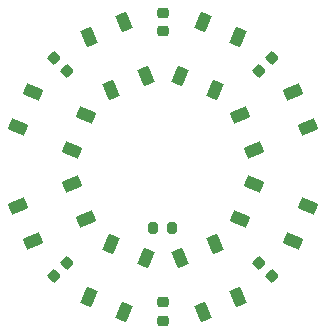
<source format=gbr>
%TF.GenerationSoftware,KiCad,Pcbnew,7.0.10*%
%TF.CreationDate,2024-04-29T22:12:33+02:00*%
%TF.ProjectId,GhostControllerLED,47686f73-7443-46f6-9e74-726f6c6c6572,rev?*%
%TF.SameCoordinates,Original*%
%TF.FileFunction,Paste,Top*%
%TF.FilePolarity,Positive*%
%FSLAX46Y46*%
G04 Gerber Fmt 4.6, Leading zero omitted, Abs format (unit mm)*
G04 Created by KiCad (PCBNEW 7.0.10) date 2024-04-29 22:12:33*
%MOMM*%
%LPD*%
G01*
G04 APERTURE LIST*
G04 Aperture macros list*
%AMRoundRect*
0 Rectangle with rounded corners*
0 $1 Rounding radius*
0 $2 $3 $4 $5 $6 $7 $8 $9 X,Y pos of 4 corners*
0 Add a 4 corners polygon primitive as box body*
4,1,4,$2,$3,$4,$5,$6,$7,$8,$9,$2,$3,0*
0 Add four circle primitives for the rounded corners*
1,1,$1+$1,$2,$3*
1,1,$1+$1,$4,$5*
1,1,$1+$1,$6,$7*
1,1,$1+$1,$8,$9*
0 Add four rect primitives between the rounded corners*
20,1,$1+$1,$2,$3,$4,$5,0*
20,1,$1+$1,$4,$5,$6,$7,0*
20,1,$1+$1,$6,$7,$8,$9,0*
20,1,$1+$1,$8,$9,$2,$3,0*%
%AMRotRect*
0 Rectangle, with rotation*
0 The origin of the aperture is its center*
0 $1 length*
0 $2 width*
0 $3 Rotation angle, in degrees counterclockwise*
0 Add horizontal line*
21,1,$1,$2,0,0,$3*%
G04 Aperture macros list end*
%ADD10RotRect,1.500000X1.000000X112.500000*%
%ADD11RotRect,1.500000X1.000000X22.500000*%
%ADD12RoundRect,0.200000X-0.200000X-0.275000X0.200000X-0.275000X0.200000X0.275000X-0.200000X0.275000X0*%
%ADD13RotRect,1.500000X1.000000X157.500000*%
%ADD14RoundRect,0.225000X-0.017678X0.335876X-0.335876X0.017678X0.017678X-0.335876X0.335876X-0.017678X0*%
%ADD15RoundRect,0.225000X-0.335876X-0.017678X-0.017678X-0.335876X0.335876X0.017678X0.017678X0.335876X0*%
%ADD16RoundRect,0.225000X0.335876X0.017678X0.017678X0.335876X-0.335876X-0.017678X-0.017678X-0.335876X0*%
%ADD17RotRect,1.500000X1.000000X292.500000*%
%ADD18RoundRect,0.225000X0.250000X-0.225000X0.250000X0.225000X-0.250000X0.225000X-0.250000X-0.225000X0*%
%ADD19RoundRect,0.225000X-0.250000X0.225000X-0.250000X-0.225000X0.250000X-0.225000X0.250000X0.225000X0*%
%ADD20RotRect,1.500000X1.000000X247.500000*%
%ADD21RotRect,1.500000X1.000000X337.500000*%
%ADD22RotRect,1.500000X1.000000X67.500000*%
%ADD23RotRect,1.500000X1.000000X202.500000*%
%ADD24RoundRect,0.225000X0.017678X-0.335876X0.335876X-0.017678X-0.017678X0.335876X-0.335876X0.017678X0*%
G04 APERTURE END LIST*
D10*
%TO.C,D3*%
X53692158Y-55151582D03*
X50735743Y-56376169D03*
X52610892Y-60903178D03*
X55567307Y-59678591D03*
%TD*%
D11*
%TO.C,1*%
X42765703Y-53074873D03*
X41541116Y-50118458D03*
X37014107Y-51993607D03*
X38238694Y-54950022D03*
%TD*%
D12*
%TO.C,R1*%
X48375000Y-53806066D03*
X50025000Y-53806066D03*
%TD*%
D13*
%TO.C,D4*%
X56993454Y-50118458D03*
X55768867Y-53074873D03*
X60295876Y-54950022D03*
X61520463Y-51993607D03*
%TD*%
D14*
%TO.C,C1*%
X41153233Y-56764052D03*
X40057217Y-57860068D03*
%TD*%
D15*
%TO.C,C3*%
X57381337Y-56764052D03*
X58477353Y-57860068D03*
%TD*%
D16*
%TO.C,C6*%
X41153233Y-40535948D03*
X40057217Y-39439932D03*
%TD*%
D17*
%TO.C,D7*%
X44842412Y-42148418D03*
X47798827Y-40923831D03*
X45923678Y-36396822D03*
X42967263Y-37621409D03*
%TD*%
D18*
%TO.C,C5*%
X49267285Y-37175000D03*
X49267285Y-35625000D03*
%TD*%
D19*
%TO.C,C2*%
X49267285Y-60125000D03*
X49267285Y-61675000D03*
%TD*%
D20*
%TO.C,D6*%
X50735743Y-40923831D03*
X53692158Y-42148418D03*
X55567307Y-37621409D03*
X52610892Y-36396822D03*
%TD*%
D21*
%TO.C,D8*%
X41541116Y-47181542D03*
X42765703Y-44225127D03*
X38238694Y-42349978D03*
X37014107Y-45306393D03*
%TD*%
D22*
%TO.C,D2*%
X47798827Y-56376169D03*
X44842412Y-55151582D03*
X42967263Y-59678591D03*
X45923678Y-60903178D03*
%TD*%
D23*
%TO.C,D5*%
X55768867Y-44225127D03*
X56993454Y-47181542D03*
X61520463Y-45306393D03*
X60295876Y-42349978D03*
%TD*%
D24*
%TO.C,C4*%
X57381337Y-40535948D03*
X58477353Y-39439932D03*
%TD*%
M02*

</source>
